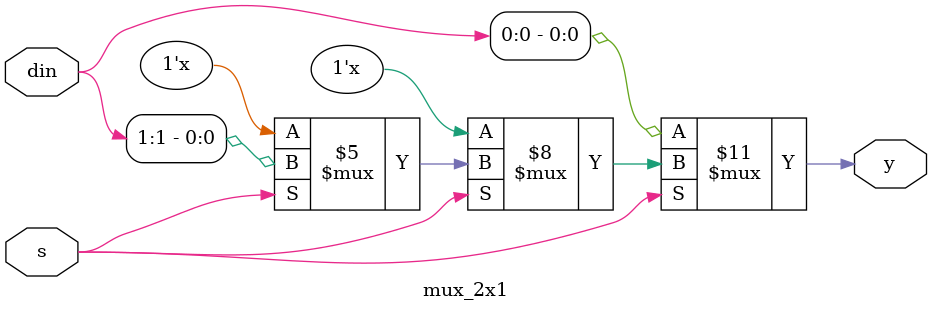
<source format=v>
/*
behavioral model of a 2x1 mux using if else
*/

module mux_2x1(input[1:0] din, input s, output reg y);

    always @(din or s) begin
        if(s==1'b0)
            y = din[0];
        else if(s==1'b1)
            y = din[1];
        else 
            y = 1'bz;
    end

endmodule
</source>
